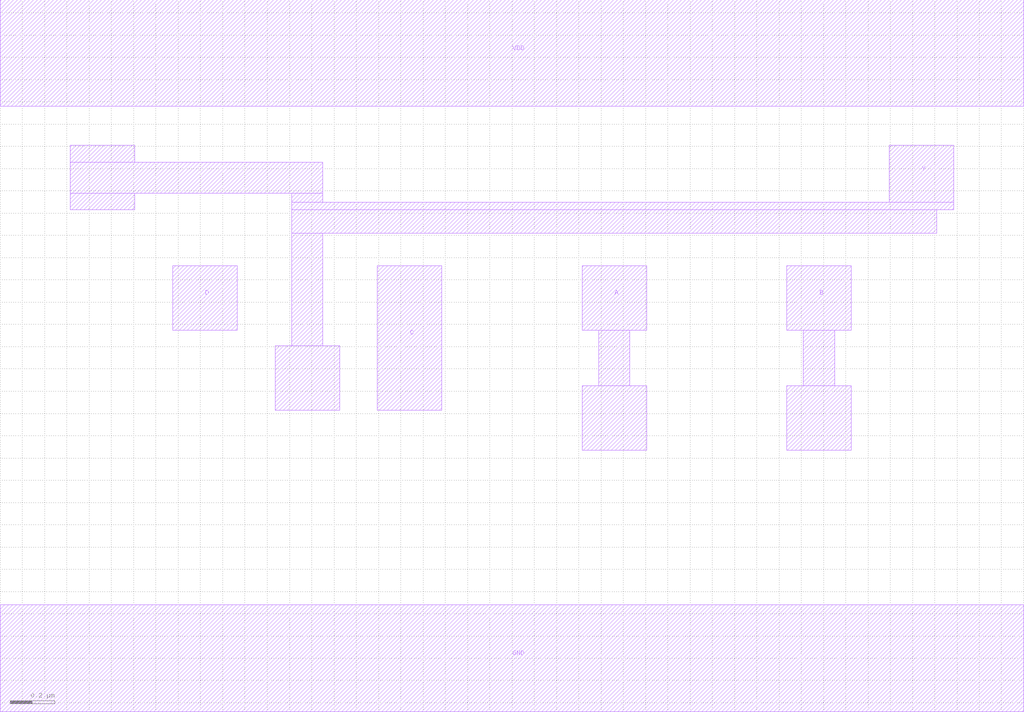
<source format=lef>
MACRO OAI22X1
 CLASS CORE ;
 ORIGIN 0 0 ;
 FOREIGN OAI22X1 0 0 ;
 SITE CORE ;
 SYMMETRY X Y R90 ;
  PIN VDD
   DIRECTION INOUT ;
   USE SIGNAL ;
   SHAPE ABUTMENT ;
    PORT
     CLASS CORE ;
       LAYER metal2 ;
        RECT 0.00000000 2.48000000 4.60000000 2.96000000 ;
    END
  END VDD

  PIN GND
   DIRECTION INOUT ;
   USE SIGNAL ;
   SHAPE ABUTMENT ;
    PORT
     CLASS CORE ;
       LAYER metal2 ;
        RECT 0.00000000 -0.24000000 4.60000000 0.24000000 ;
    END
  END GND

  PIN Y
   DIRECTION INOUT ;
   USE SIGNAL ;
   SHAPE ABUTMENT ;
    PORT
     CLASS CORE ;
       LAYER metal2 ;
        RECT 1.23500000 1.11500000 1.52500000 1.40500000 ;
        RECT 1.31000000 1.40500000 1.45000000 1.91000000 ;
        RECT 1.31000000 1.91000000 4.21000000 2.01500000 ;
        RECT 1.31000000 2.01500000 4.28500000 2.05000000 ;
        RECT 0.31500000 2.01500000 0.60500000 2.09000000 ;
        RECT 1.31000000 2.05000000 1.45000000 2.09000000 ;
        RECT 0.31500000 2.09000000 1.45000000 2.23000000 ;
        RECT 0.31500000 2.23000000 0.60500000 2.30500000 ;
        RECT 3.99500000 2.05000000 4.28500000 2.30500000 ;
    END
  END Y

  PIN B
   DIRECTION INOUT ;
   USE SIGNAL ;
   SHAPE ABUTMENT ;
    PORT
     CLASS CORE ;
       LAYER metal2 ;
        RECT 3.53500000 0.93500000 3.82500000 1.22500000 ;
        RECT 3.61000000 1.22500000 3.75000000 1.47500000 ;
        RECT 3.53500000 1.47500000 3.82500000 1.76500000 ;
    END
  END B

  PIN C
   DIRECTION INOUT ;
   USE SIGNAL ;
   SHAPE ABUTMENT ;
    PORT
     CLASS CORE ;
       LAYER metal2 ;
        RECT 1.69500000 1.11500000 1.98500000 1.76500000 ;
    END
  END C

  PIN D
   DIRECTION INOUT ;
   USE SIGNAL ;
   SHAPE ABUTMENT ;
    PORT
     CLASS CORE ;
       LAYER metal2 ;
        RECT 0.77500000 1.47500000 1.06500000 1.76500000 ;
    END
  END D

  PIN A
   DIRECTION INOUT ;
   USE SIGNAL ;
   SHAPE ABUTMENT ;
    PORT
     CLASS CORE ;
       LAYER metal2 ;
        RECT 2.61500000 0.93500000 2.90500000 1.22500000 ;
        RECT 2.69000000 1.22500000 2.83000000 1.47500000 ;
        RECT 2.61500000 1.47500000 2.90500000 1.76500000 ;
    END
  END A


END OAI22X1

</source>
